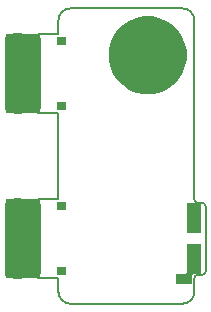
<source format=gbs>
G04 #@! TF.GenerationSoftware,KiCad,Pcbnew,5.0.1*
G04 #@! TF.CreationDate,2018-12-03T20:07:42+01:00*
G04 #@! TF.ProjectId,pd-buddy-wye,70642D62756464792D7779652E6B6963,v1.2*
G04 #@! TF.SameCoordinates,Original*
G04 #@! TF.FileFunction,Soldermask,Bot*
G04 #@! TF.FilePolarity,Negative*
%FSLAX46Y46*%
G04 Gerber Fmt 4.6, Leading zero omitted, Abs format (unit mm)*
G04 Created by KiCad (PCBNEW 5.0.1) date Mo 03 Dez 2018 20:07:42 CET*
%MOMM*%
%LPD*%
G01*
G04 APERTURE LIST*
%ADD10C,0.150000*%
%ADD11C,0.100000*%
G04 APERTURE END LIST*
D10*
X30900000Y-22550000D02*
X30900000Y-15500000D01*
X30900000Y-38550000D02*
X30900000Y-37400000D01*
X17700000Y-30700000D02*
G75*
G02X17450000Y-30950000I-250000J0D01*
G01*
X16450000Y-30950000D02*
G75*
G02X16200000Y-30700000I0J250000D01*
G01*
X16200000Y-37400000D02*
G75*
G02X16450000Y-37150000I250000J0D01*
G01*
X17450000Y-37150000D02*
G75*
G02X17700000Y-37400000I0J-250000D01*
G01*
X17450000Y-23150000D02*
G75*
G02X17700000Y-23400000I0J-250000D01*
G01*
X16200000Y-23400000D02*
G75*
G02X16450000Y-23150000I250000J0D01*
G01*
X16450000Y-16950000D02*
G75*
G02X16200000Y-16700000I0J250000D01*
G01*
X17700000Y-16700000D02*
G75*
G02X17450000Y-16950000I-250000J0D01*
G01*
X19400000Y-37400000D02*
X19400000Y-38550000D01*
X17700000Y-37400000D02*
X19400000Y-37400000D01*
X16450000Y-37150000D02*
X17450000Y-37150000D01*
X15700000Y-37400000D02*
X16200000Y-37400000D01*
X14950000Y-37100000D02*
X15700000Y-37400000D01*
X14950000Y-31000000D02*
X14950000Y-37100000D01*
X15700000Y-30700000D02*
X14950000Y-31000000D01*
X16200000Y-30700000D02*
X15700000Y-30700000D01*
X17450000Y-30950000D02*
X16450000Y-30950000D01*
X19400000Y-30700000D02*
X17700000Y-30700000D01*
X19400000Y-23400000D02*
X19400000Y-30700000D01*
X17700000Y-23400000D02*
X19400000Y-23400000D01*
X16450000Y-23150000D02*
X17450000Y-23150000D01*
X15700000Y-23400000D02*
X16200000Y-23400000D01*
X14950000Y-23100000D02*
X15700000Y-23400000D01*
X14950000Y-17000000D02*
X14950000Y-23100000D01*
X15700000Y-16700000D02*
X14950000Y-17000000D01*
X16200000Y-16700000D02*
X15700000Y-16700000D01*
X17450000Y-16950000D02*
X16450000Y-16950000D01*
X19400000Y-16700000D02*
X17700000Y-16700000D01*
X19400000Y-15550000D02*
X19400000Y-16700000D01*
X31200000Y-31000000D02*
X31560000Y-31000000D01*
X30900000Y-30700000D02*
G75*
G03X31200000Y-31000000I300000J0D01*
G01*
X31860000Y-31300000D02*
X31860000Y-36800000D01*
X31860000Y-31300000D02*
G75*
G03X31560000Y-31000000I-300000J0D01*
G01*
X31560000Y-37100000D02*
X31200000Y-37100000D01*
X31560000Y-37100000D02*
G75*
G03X31860000Y-36800000I0J300000D01*
G01*
X31200000Y-37100000D02*
G75*
G03X30900000Y-37400000I0J-300000D01*
G01*
X30900000Y-15550000D02*
G75*
G03X29900000Y-14550000I-1000000J0D01*
G01*
X20400000Y-14550000D02*
G75*
G03X19400000Y-15550000I0J-1000000D01*
G01*
X19400000Y-38550000D02*
G75*
G03X20400000Y-39550000I1000000J0D01*
G01*
X29900000Y-39550000D02*
G75*
G03X30900000Y-38550000I0J1000000D01*
G01*
X20400000Y-39550000D02*
X29900000Y-39550000D01*
X29900000Y-14550000D02*
X20400000Y-14550000D01*
X30900000Y-30700000D02*
X30900000Y-22550000D01*
D11*
G04 #@! TO.C,J2*
G36*
X17800000Y-30700000D02*
X17800000Y-37400000D01*
X14950000Y-37400000D01*
X14950000Y-30700000D01*
X17800000Y-30700000D01*
G37*
G04 #@! TO.C,J1*
G36*
X17800000Y-16700000D02*
X17800000Y-23400000D01*
X14950000Y-23400000D01*
X14950000Y-16700000D01*
X17800000Y-16700000D01*
G37*
G36*
X31460000Y-37070000D02*
X30820000Y-37070000D01*
X30795614Y-37072402D01*
X30772165Y-37079515D01*
X30750554Y-37091066D01*
X30731612Y-37106612D01*
X30716066Y-37125554D01*
X30704515Y-37147165D01*
X30697402Y-37170614D01*
X30695000Y-37195000D01*
X30695000Y-37920000D01*
X29345000Y-37920000D01*
X29345000Y-37020000D01*
X30135000Y-37020000D01*
X30159386Y-37017598D01*
X30182835Y-37010485D01*
X30204446Y-36998934D01*
X30223388Y-36983388D01*
X30238934Y-36964446D01*
X30250485Y-36942835D01*
X30257598Y-36919386D01*
X30260000Y-36895000D01*
X30260000Y-34530000D01*
X31460000Y-34530000D01*
X31460000Y-37070000D01*
X31460000Y-37070000D01*
G37*
G36*
X20000000Y-37150000D02*
X19300000Y-37150000D01*
X19300000Y-36450000D01*
X20000000Y-36450000D01*
X20000000Y-37150000D01*
X20000000Y-37150000D01*
G37*
G36*
X17880000Y-37025000D02*
X15300000Y-37025000D01*
X15300000Y-36575000D01*
X15725000Y-36575000D01*
X15749386Y-36572598D01*
X15772835Y-36565485D01*
X15794446Y-36553934D01*
X15813388Y-36538388D01*
X15828934Y-36519446D01*
X15840485Y-36497835D01*
X15847598Y-36474386D01*
X15850000Y-36450000D01*
X15850000Y-35650000D01*
X15847598Y-35625614D01*
X15840485Y-35602165D01*
X15828934Y-35580554D01*
X15813388Y-35561612D01*
X15794446Y-35546066D01*
X15772835Y-35534515D01*
X15749386Y-35527402D01*
X15725000Y-35525000D01*
X15650000Y-35525000D01*
X15650000Y-35075000D01*
X15725000Y-35075000D01*
X15749386Y-35072598D01*
X15772835Y-35065485D01*
X15794446Y-35053934D01*
X15813388Y-35038388D01*
X15828934Y-35019446D01*
X15840485Y-34997835D01*
X15847598Y-34974386D01*
X15850000Y-34950000D01*
X15850000Y-33150000D01*
X15847598Y-33125614D01*
X15840485Y-33102165D01*
X15828934Y-33080554D01*
X15813388Y-33061612D01*
X15794446Y-33046066D01*
X15772835Y-33034515D01*
X15749386Y-33027402D01*
X15725000Y-33025000D01*
X15650000Y-33025000D01*
X15650000Y-32575000D01*
X15725000Y-32575000D01*
X15749386Y-32572598D01*
X15772835Y-32565485D01*
X15794446Y-32553934D01*
X15813388Y-32538388D01*
X15828934Y-32519446D01*
X15840485Y-32497835D01*
X15847598Y-32474386D01*
X15850000Y-32450000D01*
X15850000Y-31650000D01*
X15847598Y-31625614D01*
X15840485Y-31602165D01*
X15828934Y-31580554D01*
X15813388Y-31561612D01*
X15794446Y-31546066D01*
X15772835Y-31534515D01*
X15749386Y-31527402D01*
X15725000Y-31525000D01*
X15300000Y-31525000D01*
X15300000Y-31075000D01*
X17880000Y-31075000D01*
X17880000Y-37025000D01*
X17880000Y-37025000D01*
G37*
G36*
X31460000Y-33570000D02*
X30260000Y-33570000D01*
X30260000Y-31030000D01*
X31460000Y-31030000D01*
X31460000Y-33570000D01*
X31460000Y-33570000D01*
G37*
G36*
X20000000Y-31650000D02*
X19300000Y-31650000D01*
X19300000Y-30950000D01*
X20000000Y-30950000D01*
X20000000Y-31650000D01*
X20000000Y-31650000D01*
G37*
G36*
X20000000Y-23150000D02*
X19300000Y-23150000D01*
X19300000Y-22450000D01*
X20000000Y-22450000D01*
X20000000Y-23150000D01*
X20000000Y-23150000D01*
G37*
G36*
X17880000Y-23025000D02*
X15300000Y-23025000D01*
X15300000Y-22575000D01*
X15725000Y-22575000D01*
X15749386Y-22572598D01*
X15772835Y-22565485D01*
X15794446Y-22553934D01*
X15813388Y-22538388D01*
X15828934Y-22519446D01*
X15840485Y-22497835D01*
X15847598Y-22474386D01*
X15850000Y-22450000D01*
X15850000Y-21650000D01*
X15847598Y-21625614D01*
X15840485Y-21602165D01*
X15828934Y-21580554D01*
X15813388Y-21561612D01*
X15794446Y-21546066D01*
X15772835Y-21534515D01*
X15749386Y-21527402D01*
X15725000Y-21525000D01*
X15650000Y-21525000D01*
X15650000Y-21075000D01*
X15725000Y-21075000D01*
X15749386Y-21072598D01*
X15772835Y-21065485D01*
X15794446Y-21053934D01*
X15813388Y-21038388D01*
X15828934Y-21019446D01*
X15840485Y-20997835D01*
X15847598Y-20974386D01*
X15850000Y-20950000D01*
X15850000Y-19150000D01*
X15847598Y-19125614D01*
X15840485Y-19102165D01*
X15828934Y-19080554D01*
X15813388Y-19061612D01*
X15794446Y-19046066D01*
X15772835Y-19034515D01*
X15749386Y-19027402D01*
X15725000Y-19025000D01*
X15650000Y-19025000D01*
X15650000Y-18575000D01*
X15725000Y-18575000D01*
X15749386Y-18572598D01*
X15772835Y-18565485D01*
X15794446Y-18553934D01*
X15813388Y-18538388D01*
X15828934Y-18519446D01*
X15840485Y-18497835D01*
X15847598Y-18474386D01*
X15850000Y-18450000D01*
X15850000Y-17650000D01*
X15847598Y-17625614D01*
X15840485Y-17602165D01*
X15828934Y-17580554D01*
X15813388Y-17561612D01*
X15794446Y-17546066D01*
X15772835Y-17534515D01*
X15749386Y-17527402D01*
X15725000Y-17525000D01*
X15300000Y-17525000D01*
X15300000Y-17075000D01*
X17880000Y-17075000D01*
X17880000Y-23025000D01*
X17880000Y-23025000D01*
G37*
G36*
X27912574Y-15326817D02*
X28513135Y-15575577D01*
X29053630Y-15936725D01*
X29513275Y-16396370D01*
X29874423Y-16936865D01*
X30123183Y-17537426D01*
X30250000Y-18174977D01*
X30250000Y-18825023D01*
X30123183Y-19462574D01*
X29874423Y-20063135D01*
X29513275Y-20603630D01*
X29053630Y-21063275D01*
X28513135Y-21424423D01*
X27912574Y-21673183D01*
X27275023Y-21800000D01*
X26624977Y-21800000D01*
X25987426Y-21673183D01*
X25386865Y-21424423D01*
X24846370Y-21063275D01*
X24386725Y-20603630D01*
X24025577Y-20063135D01*
X23776817Y-19462574D01*
X23650000Y-18825023D01*
X23650000Y-18174977D01*
X23776817Y-17537426D01*
X24025577Y-16936865D01*
X24386725Y-16396370D01*
X24846370Y-15936725D01*
X25386865Y-15575577D01*
X25987426Y-15326817D01*
X26624977Y-15200000D01*
X27275023Y-15200000D01*
X27912574Y-15326817D01*
X27912574Y-15326817D01*
G37*
G36*
X20000000Y-17650000D02*
X19300000Y-17650000D01*
X19300000Y-16950000D01*
X20000000Y-16950000D01*
X20000000Y-17650000D01*
X20000000Y-17650000D01*
G37*
M02*

</source>
